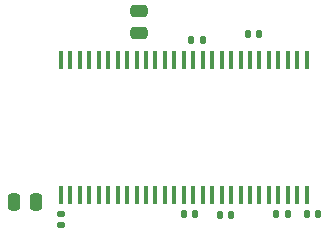
<source format=gbr>
G04 #@! TF.GenerationSoftware,KiCad,Pcbnew,7.0.9*
G04 #@! TF.CreationDate,2024-03-14T12:42:54+01:00*
G04 #@! TF.ProjectId,Apothecary - DSP Development Board,41706f74-6865-4636-9172-79202d204453,rev?*
G04 #@! TF.SameCoordinates,Original*
G04 #@! TF.FileFunction,Paste,Bot*
G04 #@! TF.FilePolarity,Positive*
%FSLAX46Y46*%
G04 Gerber Fmt 4.6, Leading zero omitted, Abs format (unit mm)*
G04 Created by KiCad (PCBNEW 7.0.9) date 2024-03-14 12:42:54*
%MOMM*%
%LPD*%
G01*
G04 APERTURE LIST*
G04 Aperture macros list*
%AMRoundRect*
0 Rectangle with rounded corners*
0 $1 Rounding radius*
0 $2 $3 $4 $5 $6 $7 $8 $9 X,Y pos of 4 corners*
0 Add a 4 corners polygon primitive as box body*
4,1,4,$2,$3,$4,$5,$6,$7,$8,$9,$2,$3,0*
0 Add four circle primitives for the rounded corners*
1,1,$1+$1,$2,$3*
1,1,$1+$1,$4,$5*
1,1,$1+$1,$6,$7*
1,1,$1+$1,$8,$9*
0 Add four rect primitives between the rounded corners*
20,1,$1+$1,$2,$3,$4,$5,0*
20,1,$1+$1,$4,$5,$6,$7,0*
20,1,$1+$1,$6,$7,$8,$9,0*
20,1,$1+$1,$8,$9,$2,$3,0*%
G04 Aperture macros list end*
%ADD10RoundRect,0.250000X-0.475000X0.250000X-0.475000X-0.250000X0.475000X-0.250000X0.475000X0.250000X0*%
%ADD11RoundRect,0.140000X-0.140000X-0.170000X0.140000X-0.170000X0.140000X0.170000X-0.140000X0.170000X0*%
%ADD12RoundRect,0.140000X0.140000X0.170000X-0.140000X0.170000X-0.140000X-0.170000X0.140000X-0.170000X0*%
%ADD13R,0.458000X1.510000*%
%ADD14RoundRect,0.250000X-0.250000X-0.475000X0.250000X-0.475000X0.250000X0.475000X-0.250000X0.475000X0*%
%ADD15RoundRect,0.140000X0.170000X-0.140000X0.170000X0.140000X-0.170000X0.140000X-0.170000X-0.140000X0*%
G04 APERTURE END LIST*
D10*
X170300000Y-92449999D03*
X170300000Y-94349999D03*
D11*
X179540000Y-94424999D03*
X180500000Y-94424999D03*
D12*
X175700000Y-94925000D03*
X174740000Y-94925000D03*
X185459999Y-109674998D03*
X184499999Y-109674998D03*
D11*
X181944998Y-109674999D03*
X182904998Y-109674999D03*
D13*
X184499999Y-108074999D03*
X183699999Y-108074999D03*
X182899999Y-108074999D03*
X182099999Y-108074999D03*
X181299999Y-108074999D03*
X180499999Y-108074999D03*
X179699999Y-108074999D03*
X178899999Y-108074999D03*
X178099999Y-108074999D03*
X177299999Y-108074999D03*
X176499999Y-108074999D03*
X175699999Y-108074999D03*
X174899999Y-108074999D03*
X174099999Y-108074999D03*
X173299999Y-108074999D03*
X172499999Y-108074999D03*
X171699999Y-108074999D03*
X170899999Y-108074999D03*
X170099999Y-108074999D03*
X169299999Y-108074999D03*
X168499999Y-108074999D03*
X167699999Y-108074999D03*
X166899999Y-108074999D03*
X166099999Y-108074999D03*
X165299999Y-108074999D03*
X164499999Y-108074999D03*
X163699999Y-108074999D03*
X163699999Y-96574999D03*
X164499999Y-96574999D03*
X165299999Y-96574999D03*
X166099999Y-96574999D03*
X166899999Y-96574999D03*
X167699999Y-96574999D03*
X168499999Y-96574999D03*
X169299999Y-96574999D03*
X170099999Y-96574999D03*
X170899999Y-96574999D03*
X171699999Y-96574999D03*
X172499999Y-96574999D03*
X173299999Y-96574999D03*
X174099999Y-96574999D03*
X174899999Y-96574999D03*
X175699999Y-96574999D03*
X176499999Y-96574999D03*
X177299999Y-96574999D03*
X178099999Y-96574999D03*
X178899999Y-96574999D03*
X179699999Y-96574999D03*
X180499999Y-96574999D03*
X181299999Y-96574999D03*
X182099999Y-96574999D03*
X182899999Y-96574999D03*
X183699999Y-96574999D03*
X184499999Y-96574999D03*
D14*
X159700000Y-108650000D03*
X161600000Y-108650000D03*
D12*
X175059999Y-109674999D03*
X174099999Y-109674999D03*
D15*
X163700001Y-110585000D03*
X163700001Y-109625000D03*
D11*
X177139999Y-109724999D03*
X178099999Y-109724999D03*
M02*

</source>
